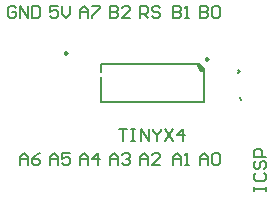
<source format=gto>
G04*
G04 #@! TF.GenerationSoftware,Altium Limited,Altium Designer,24.9.1 (31)*
G04*
G04 Layer_Color=65535*
%FSLAX25Y25*%
%MOIN*%
G70*
G04*
G04 #@! TF.SameCoordinates,63D46F20-04D2-406D-A019-F368FE4B28ED*
G04*
G04*
G04 #@! TF.FilePolarity,Positive*
G04*
G01*
G75*
%ADD10C,0.00984*%
%ADD11C,0.00787*%
%ADD12C,0.00591*%
%ADD13C,0.00800*%
G36*
X387126Y323118D02*
Y321937D01*
X386734D01*
X386011Y322237D01*
X385457Y322791D01*
X385157Y323514D01*
Y323905D01*
D01*
Y324299D01*
X385945D01*
X387126Y323118D01*
D02*
G37*
D10*
X341492Y328000D02*
X340754Y328426D01*
Y327574D01*
X341492Y328000D01*
X388492Y326000D02*
X387754Y326426D01*
Y325574D01*
X388492Y326000D01*
D11*
X385157Y323905D02*
X385421Y322921D01*
X386142Y322201D01*
X387126Y321937D01*
X385551Y324299D02*
X387126Y322724D01*
X352874Y324299D02*
X385551D01*
X387126Y311701D02*
Y322724D01*
X352874Y311701D02*
X387126D01*
X352874Y321861D02*
Y324299D01*
Y311701D02*
Y320139D01*
D12*
X398657Y322476D02*
X399134Y322000D01*
X398657Y321524D02*
X399134Y322000D01*
Y313000D02*
X399610Y313476D01*
X399134Y313000D02*
X399610Y312524D01*
D13*
X404001Y282002D02*
Y283335D01*
Y282669D01*
X407999D01*
Y282002D01*
Y283335D01*
X404667Y288000D02*
X404001Y287334D01*
Y286001D01*
X404667Y285334D01*
X407333D01*
X407999Y286001D01*
Y287334D01*
X407333Y288000D01*
X404667Y291999D02*
X404001Y291333D01*
Y290000D01*
X404667Y289333D01*
X405334D01*
X406000Y290000D01*
Y291333D01*
X406666Y291999D01*
X407333D01*
X407999Y291333D01*
Y290000D01*
X407333Y289333D01*
X407999Y293332D02*
X404001D01*
Y295331D01*
X404667Y295998D01*
X406000D01*
X406666Y295331D01*
Y293332D01*
X358800Y302799D02*
X361466D01*
X360133D01*
Y298800D01*
X362799Y302799D02*
X364132D01*
X363465D01*
Y298800D01*
X362799D01*
X364132D01*
X366131D02*
Y302799D01*
X368797Y298800D01*
Y302799D01*
X370130D02*
Y302132D01*
X371463Y300799D01*
X372796Y302132D01*
Y302799D01*
X371463Y300799D02*
Y298800D01*
X374128Y302799D02*
X376794Y298800D01*
Y302799D02*
X374128Y298800D01*
X380127D02*
Y302799D01*
X378127Y300799D01*
X380793D01*
X385800Y290800D02*
Y293466D01*
X387133Y294799D01*
X388466Y293466D01*
Y290800D01*
Y292799D01*
X385800D01*
X389799Y294132D02*
X390465Y294799D01*
X391798D01*
X392464Y294132D01*
Y291466D01*
X391798Y290800D01*
X390465D01*
X389799Y291466D01*
Y294132D01*
X376800Y290800D02*
Y293466D01*
X378133Y294799D01*
X379466Y293466D01*
Y290800D01*
Y292799D01*
X376800D01*
X380799Y290800D02*
X382132D01*
X381465D01*
Y294799D01*
X380799Y294132D01*
X365800Y290800D02*
Y293466D01*
X367133Y294799D01*
X368466Y293466D01*
Y290800D01*
Y292799D01*
X365800D01*
X372464Y290800D02*
X369799D01*
X372464Y293466D01*
Y294132D01*
X371798Y294799D01*
X370465D01*
X369799Y294132D01*
X355800Y290800D02*
Y293466D01*
X357133Y294799D01*
X358466Y293466D01*
Y290800D01*
Y292799D01*
X355800D01*
X359799Y294132D02*
X360465Y294799D01*
X361798D01*
X362464Y294132D01*
Y293466D01*
X361798Y292799D01*
X361132D01*
X361798D01*
X362464Y292133D01*
Y291466D01*
X361798Y290800D01*
X360465D01*
X359799Y291466D01*
X345800Y290800D02*
Y293466D01*
X347133Y294799D01*
X348466Y293466D01*
Y290800D01*
Y292799D01*
X345800D01*
X351798Y290800D02*
Y294799D01*
X349799Y292799D01*
X352465D01*
X335800Y290800D02*
Y293466D01*
X337133Y294799D01*
X338466Y293466D01*
Y290800D01*
Y292799D01*
X335800D01*
X342464Y294799D02*
X339799D01*
Y292799D01*
X341132Y293466D01*
X341798D01*
X342464Y292799D01*
Y291466D01*
X341798Y290800D01*
X340465D01*
X339799Y291466D01*
X325800Y290800D02*
Y293466D01*
X327133Y294799D01*
X328466Y293466D01*
Y290800D01*
Y292799D01*
X325800D01*
X332465Y294799D02*
X331132Y294132D01*
X329799Y292799D01*
Y291466D01*
X330465Y290800D01*
X331798D01*
X332465Y291466D01*
Y292133D01*
X331798Y292799D01*
X329799D01*
X385800Y343799D02*
Y339800D01*
X387799D01*
X388466Y340466D01*
Y341133D01*
X387799Y341799D01*
X385800D01*
X387799D01*
X388466Y342466D01*
Y343132D01*
X387799Y343799D01*
X385800D01*
X389799Y343132D02*
X390465Y343799D01*
X391798D01*
X392464Y343132D01*
Y340466D01*
X391798Y339800D01*
X390465D01*
X389799Y340466D01*
Y343132D01*
X376800Y343799D02*
Y339800D01*
X378799D01*
X379466Y340466D01*
Y341133D01*
X378799Y341799D01*
X376800D01*
X378799D01*
X379466Y342466D01*
Y343132D01*
X378799Y343799D01*
X376800D01*
X380799Y339800D02*
X382132D01*
X381465D01*
Y343799D01*
X380799Y343132D01*
X365800Y339800D02*
Y343799D01*
X367799D01*
X368466Y343132D01*
Y341799D01*
X367799Y341133D01*
X365800D01*
X367133D02*
X368466Y339800D01*
X372464Y343132D02*
X371798Y343799D01*
X370465D01*
X369799Y343132D01*
Y342466D01*
X370465Y341799D01*
X371798D01*
X372464Y341133D01*
Y340466D01*
X371798Y339800D01*
X370465D01*
X369799Y340466D01*
X355800Y343799D02*
Y339800D01*
X357799D01*
X358466Y340466D01*
Y341133D01*
X357799Y341799D01*
X355800D01*
X357799D01*
X358466Y342466D01*
Y343132D01*
X357799Y343799D01*
X355800D01*
X362464Y339800D02*
X359799D01*
X362464Y342466D01*
Y343132D01*
X361798Y343799D01*
X360465D01*
X359799Y343132D01*
X345800Y339800D02*
Y342466D01*
X347133Y343799D01*
X348466Y342466D01*
Y339800D01*
Y341799D01*
X345800D01*
X349799Y343799D02*
X352465D01*
Y343132D01*
X349799Y340466D01*
Y339800D01*
X338466Y343799D02*
X335800D01*
Y341799D01*
X337133Y342466D01*
X337799D01*
X338466Y341799D01*
Y340466D01*
X337799Y339800D01*
X336466D01*
X335800Y340466D01*
X339799Y343799D02*
Y341133D01*
X341132Y339800D01*
X342464Y341133D01*
Y343799D01*
X324466Y343132D02*
X323799Y343799D01*
X322466D01*
X321800Y343132D01*
Y340466D01*
X322466Y339800D01*
X323799D01*
X324466Y340466D01*
Y341799D01*
X323133D01*
X325799Y339800D02*
Y343799D01*
X328465Y339800D01*
Y343799D01*
X329797D02*
Y339800D01*
X331797D01*
X332463Y340466D01*
Y343132D01*
X331797Y343799D01*
X329797D01*
M02*

</source>
